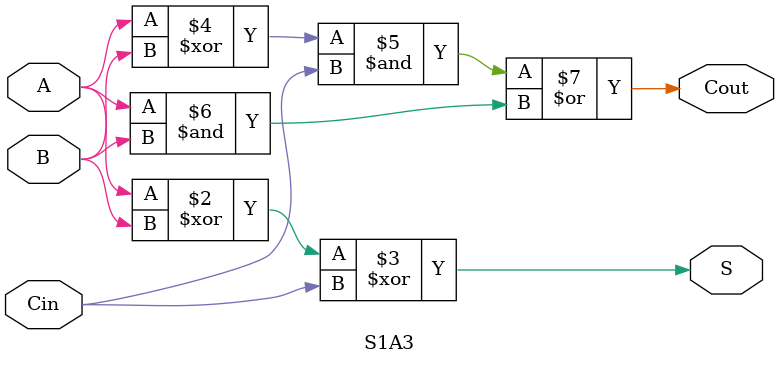
<source format=v>
module S1A3(A,B,Cin,S,Cout);
	input A,B,Cin;
	output reg S, Cout;
	
	always @(A,B,Cin) begin
		S = (A^B)^(Cin);
		Cout = ((A^B)&Cin)|(A&B);
	end
endmodule
	

</source>
